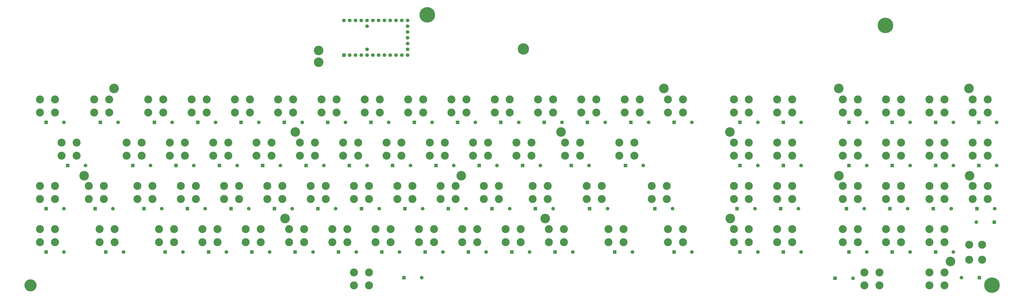
<source format=gts>
%TF.GenerationSoftware,KiCad,Pcbnew,5.1.9-1.fc33*%
%TF.CreationDate,2021-04-02T14:54:25-04:00*%
%TF.ProjectId,pcb,7063622e-6b69-4636-9164-5f7063625858,rev?*%
%TF.SameCoordinates,Original*%
%TF.FileFunction,Soldermask,Top*%
%TF.FilePolarity,Negative*%
%FSLAX46Y46*%
G04 Gerber Fmt 4.6, Leading zero omitted, Abs format (unit mm)*
G04 Created by KiCad (PCBNEW 5.1.9-1.fc33) date 2021-04-02 14:54:25*
%MOMM*%
%LPD*%
G01*
G04 APERTURE LIST*
%ADD10C,4.200000*%
%ADD11C,5.300000*%
%ADD12C,5.000000*%
%ADD13C,6.800000*%
%ADD14C,1.600000*%
%ADD15R,1.600000X1.600000*%
%ADD16C,3.500000*%
G04 APERTURE END LIST*
D10*
%TO.C,3.0mm*%
X482208000Y-247880000D03*
%TD*%
%TO.C,3.0mm*%
X190308000Y-228980000D03*
%TD*%
%TO.C,3.0mm*%
X304408000Y-228980000D03*
%TD*%
%TO.C,3.0mm*%
X385608000Y-228980000D03*
%TD*%
%TO.C,3.0mm*%
X102208000Y-210180000D03*
%TD*%
%TO.C,3.0mm*%
X267608000Y-210180000D03*
%TD*%
%TO.C,3.0mm*%
X433308000Y-210180000D03*
%TD*%
%TO.C,3.0mm*%
X490608000Y-210180000D03*
%TD*%
%TO.C,3.0mm*%
X194808000Y-190980000D03*
%TD*%
%TO.C,3.0mm*%
X311408000Y-190980000D03*
%TD*%
%TO.C,3.0mm*%
X385508000Y-190980000D03*
%TD*%
%TO.C,3.0mm*%
X115308000Y-171880000D03*
%TD*%
%TO.C,3.0mm*%
X356508000Y-171880000D03*
%TD*%
%TO.C,3.0mm*%
X433208000Y-171880000D03*
%TD*%
%TO.C,3.0mm*%
X490408000Y-171880000D03*
%TD*%
%TO.C,3.0mm*%
X205008000Y-160380000D03*
%TD*%
%TO.C,3.0mm*%
X205008000Y-155180000D03*
%TD*%
D11*
%TO.C,4.1mm*%
X78608000Y-258380000D03*
%TD*%
D12*
%TO.C,3.8mm*%
X294908000Y-154480000D03*
%TD*%
D13*
%TO.C,5.6mm*%
X500408000Y-258280000D03*
%TD*%
%TO.C,5.6mm*%
X252708000Y-139480000D03*
%TD*%
%TO.C,5.6mm*%
X453708000Y-144180000D03*
%TD*%
D14*
%TO.C,D0*%
X93308000Y-186730000D03*
D15*
X85508000Y-186730000D03*
%TD*%
D14*
%TO.C,D1*%
X117058000Y-186730000D03*
D15*
X109258000Y-186730000D03*
%TD*%
D14*
%TO.C,D2*%
X140808000Y-186730000D03*
D15*
X133008000Y-186730000D03*
%TD*%
D14*
%TO.C,D3*%
X159808000Y-186730000D03*
D15*
X152008000Y-186730000D03*
%TD*%
D14*
%TO.C,D4*%
X178808000Y-186730000D03*
D15*
X171008000Y-186730000D03*
%TD*%
D14*
%TO.C,D5*%
X197808000Y-186730000D03*
D15*
X190008000Y-186730000D03*
%TD*%
D14*
%TO.C,D6*%
X216808000Y-186730000D03*
D15*
X209008000Y-186730000D03*
%TD*%
D14*
%TO.C,D7*%
X235808000Y-186730000D03*
D15*
X228008000Y-186730000D03*
%TD*%
D14*
%TO.C,D8*%
X254808000Y-186730000D03*
D15*
X247008000Y-186730000D03*
%TD*%
D14*
%TO.C,D9*%
X273808000Y-186730000D03*
D15*
X266008000Y-186730000D03*
%TD*%
D14*
%TO.C,D10*%
X292808000Y-186730000D03*
D15*
X285008000Y-186730000D03*
%TD*%
D14*
%TO.C,D11*%
X311808000Y-186730000D03*
D15*
X304008000Y-186730000D03*
%TD*%
D14*
%TO.C,D12*%
X330808000Y-186730000D03*
D15*
X323008000Y-186730000D03*
%TD*%
D14*
%TO.C,D13*%
X349808000Y-186730000D03*
D15*
X342008000Y-186730000D03*
%TD*%
D14*
%TO.C,D14*%
X368808000Y-186730000D03*
D15*
X361008000Y-186730000D03*
%TD*%
D14*
%TO.C,D15*%
X397708000Y-186730000D03*
D15*
X389908000Y-186730000D03*
%TD*%
D14*
%TO.C,D16*%
X416708000Y-186730000D03*
D15*
X408908000Y-186730000D03*
%TD*%
D14*
%TO.C,D17*%
X445508000Y-186730000D03*
D15*
X437708000Y-186730000D03*
%TD*%
D14*
%TO.C,D18*%
X464508000Y-186730000D03*
D15*
X456708000Y-186730000D03*
%TD*%
D14*
%TO.C,D19*%
X483508000Y-186730000D03*
D15*
X475708000Y-186730000D03*
%TD*%
D14*
%TO.C,D20*%
X502508000Y-186730000D03*
D15*
X494708000Y-186730000D03*
%TD*%
D14*
%TO.C,D21*%
X102808000Y-205730000D03*
D15*
X95008000Y-205730000D03*
%TD*%
D14*
%TO.C,D22*%
X131308000Y-205730000D03*
D15*
X123508000Y-205730000D03*
%TD*%
D14*
%TO.C,D23*%
X150308000Y-205730000D03*
D15*
X142508000Y-205730000D03*
%TD*%
D14*
%TO.C,D24*%
X169308000Y-205730000D03*
D15*
X161508000Y-205730000D03*
%TD*%
D14*
%TO.C,D25*%
X188308000Y-205730000D03*
D15*
X180508000Y-205730000D03*
%TD*%
D14*
%TO.C,D26*%
X207308000Y-205730000D03*
D15*
X199508000Y-205730000D03*
%TD*%
D14*
%TO.C,D27*%
X226308000Y-205730000D03*
D15*
X218508000Y-205730000D03*
%TD*%
D14*
%TO.C,D28*%
X245308000Y-205730000D03*
D15*
X237508000Y-205730000D03*
%TD*%
D14*
%TO.C,D29*%
X264308000Y-205730000D03*
D15*
X256508000Y-205730000D03*
%TD*%
D14*
%TO.C,D30*%
X283308000Y-205730000D03*
D15*
X275508000Y-205730000D03*
%TD*%
D14*
%TO.C,D31*%
X302308000Y-205730000D03*
D15*
X294508000Y-205730000D03*
%TD*%
D14*
%TO.C,D32*%
X323683000Y-205730000D03*
D15*
X315883000Y-205730000D03*
%TD*%
D14*
%TO.C,D33*%
X347433000Y-205730000D03*
D15*
X339633000Y-205730000D03*
%TD*%
D14*
%TO.C,D34*%
X397708000Y-205730000D03*
D15*
X389908000Y-205730000D03*
%TD*%
D14*
%TO.C,D35*%
X416708000Y-205730000D03*
D15*
X408908000Y-205730000D03*
%TD*%
D14*
%TO.C,D36*%
X445508000Y-205730000D03*
D15*
X437708000Y-205730000D03*
%TD*%
D14*
%TO.C,D37*%
X464508000Y-205730000D03*
D15*
X456708000Y-205730000D03*
%TD*%
D14*
%TO.C,D38*%
X483508000Y-205730000D03*
D15*
X475708000Y-205730000D03*
%TD*%
D14*
%TO.C,D39*%
X502508000Y-205730000D03*
D15*
X494708000Y-205730000D03*
%TD*%
D14*
%TO.C,D41*%
X493624000Y-230632000D03*
D15*
X501424000Y-230632000D03*
%TD*%
D14*
%TO.C,D42*%
X93308000Y-224730000D03*
D15*
X85508000Y-224730000D03*
%TD*%
D14*
%TO.C,D43*%
X114761750Y-224730000D03*
D15*
X106961750Y-224730000D03*
%TD*%
D14*
%TO.C,D44*%
X136215500Y-224730000D03*
D15*
X128415500Y-224730000D03*
%TD*%
D14*
%TO.C,D45*%
X155294250Y-224730000D03*
D15*
X147494250Y-224730000D03*
%TD*%
D14*
%TO.C,D46*%
X174373000Y-224730000D03*
D15*
X166573000Y-224730000D03*
%TD*%
D14*
%TO.C,D47*%
X193451750Y-224730000D03*
D15*
X185651750Y-224730000D03*
%TD*%
D14*
%TO.C,D49*%
X212530500Y-224730000D03*
D15*
X204730500Y-224730000D03*
%TD*%
D14*
%TO.C,D50*%
X231609250Y-224730000D03*
D15*
X223809250Y-224730000D03*
%TD*%
D14*
%TO.C,D51*%
X250688000Y-224730000D03*
D15*
X242888000Y-224730000D03*
%TD*%
D14*
%TO.C,D52*%
X269766750Y-224730000D03*
D15*
X261966750Y-224730000D03*
%TD*%
D14*
%TO.C,D53*%
X288845500Y-224730000D03*
D15*
X281045500Y-224730000D03*
%TD*%
D14*
%TO.C,D54*%
X307924250Y-224730000D03*
D15*
X300124250Y-224730000D03*
%TD*%
D14*
%TO.C,D55*%
X331753000Y-224730000D03*
D15*
X323953000Y-224730000D03*
%TD*%
D14*
%TO.C,D56*%
X360331750Y-224730000D03*
D15*
X352531750Y-224730000D03*
%TD*%
D14*
%TO.C,D57*%
X396435500Y-224730000D03*
D15*
X388635500Y-224730000D03*
%TD*%
D14*
%TO.C,D58*%
X415514250Y-224730000D03*
D15*
X407714250Y-224730000D03*
%TD*%
D14*
%TO.C,D59*%
X444393000Y-224730000D03*
D15*
X436593000Y-224730000D03*
%TD*%
D14*
%TO.C,D60*%
X463471750Y-224730000D03*
D15*
X455671750Y-224730000D03*
%TD*%
D14*
%TO.C,D61*%
X482550500Y-224730000D03*
D15*
X474750500Y-224730000D03*
%TD*%
D14*
%TO.C,D62*%
X501629250Y-224730000D03*
D15*
X493829250Y-224730000D03*
%TD*%
D14*
%TO.C,D63*%
X487110000Y-255016000D03*
D15*
X494910000Y-255016000D03*
%TD*%
D14*
%TO.C,D64*%
X93308000Y-243730000D03*
D15*
X85508000Y-243730000D03*
%TD*%
D14*
%TO.C,D65*%
X119433000Y-243730000D03*
D15*
X111633000Y-243730000D03*
%TD*%
D14*
%TO.C,D66*%
X145558000Y-243730000D03*
D15*
X137758000Y-243730000D03*
%TD*%
D14*
%TO.C,D67*%
X164558000Y-243730000D03*
D15*
X156758000Y-243730000D03*
%TD*%
D14*
%TO.C,D68*%
X183558000Y-243730000D03*
D15*
X175758000Y-243730000D03*
%TD*%
D14*
%TO.C,D69*%
X202558000Y-243730000D03*
D15*
X194758000Y-243730000D03*
%TD*%
D14*
%TO.C,D70*%
X221558000Y-243730000D03*
D15*
X213758000Y-243730000D03*
%TD*%
D14*
%TO.C,D71*%
X250280000Y-255016000D03*
D15*
X242480000Y-255016000D03*
%TD*%
D14*
%TO.C,D72*%
X240558000Y-243730000D03*
D15*
X232758000Y-243730000D03*
%TD*%
D14*
%TO.C,D73*%
X259558000Y-243730000D03*
D15*
X251758000Y-243730000D03*
%TD*%
D14*
%TO.C,D74*%
X278558000Y-243730000D03*
D15*
X270758000Y-243730000D03*
%TD*%
D14*
%TO.C,D75*%
X297558000Y-243730000D03*
D15*
X289758000Y-243730000D03*
%TD*%
D14*
%TO.C,D76*%
X316558000Y-243730000D03*
D15*
X308758000Y-243730000D03*
%TD*%
D14*
%TO.C,D77*%
X342683000Y-243730000D03*
D15*
X334883000Y-243730000D03*
%TD*%
D14*
%TO.C,D78*%
X368808000Y-243730000D03*
D15*
X361008000Y-243730000D03*
%TD*%
D14*
%TO.C,D79*%
X397708000Y-243730000D03*
D15*
X389908000Y-243730000D03*
%TD*%
D14*
%TO.C,D80*%
X416708000Y-243730000D03*
D15*
X408908000Y-243730000D03*
%TD*%
D14*
%TO.C,D81*%
X445508000Y-243730000D03*
D15*
X437708000Y-243730000D03*
%TD*%
D14*
%TO.C,D82*%
X464508000Y-243730000D03*
D15*
X456708000Y-243730000D03*
%TD*%
D14*
%TO.C,D83*%
X483508000Y-243730000D03*
D15*
X475708000Y-243730000D03*
%TD*%
D14*
%TO.C,D84*%
X439448000Y-255270000D03*
D15*
X431648000Y-255270000D03*
%TD*%
D16*
%TO.C,K0*%
X89408000Y-182420000D03*
X82808000Y-182420000D03*
X89408000Y-176680000D03*
X82808000Y-176680000D03*
%TD*%
%TO.C,K1*%
X113158000Y-182420000D03*
X106558000Y-182420000D03*
X113158000Y-176680000D03*
X106558000Y-176680000D03*
%TD*%
%TO.C,K2*%
X136908000Y-182420000D03*
X130308000Y-182420000D03*
X136908000Y-176680000D03*
X130308000Y-176680000D03*
%TD*%
%TO.C,K3*%
X155908000Y-182420000D03*
X149308000Y-182420000D03*
X155908000Y-176680000D03*
X149308000Y-176680000D03*
%TD*%
%TO.C,K4*%
X174908000Y-182420000D03*
X168308000Y-182420000D03*
X174908000Y-176680000D03*
X168308000Y-176680000D03*
%TD*%
%TO.C,K5*%
X193908000Y-182420000D03*
X187308000Y-182420000D03*
X193908000Y-176680000D03*
X187308000Y-176680000D03*
%TD*%
%TO.C,K6*%
X212908000Y-182420000D03*
X206308000Y-182420000D03*
X212908000Y-176680000D03*
X206308000Y-176680000D03*
%TD*%
%TO.C,K7*%
X231908000Y-182420000D03*
X225308000Y-182420000D03*
X231908000Y-176680000D03*
X225308000Y-176680000D03*
%TD*%
%TO.C,K8*%
X250908000Y-182420000D03*
X244308000Y-182420000D03*
X250908000Y-176680000D03*
X244308000Y-176680000D03*
%TD*%
%TO.C,K9*%
X269908000Y-182420000D03*
X263308000Y-182420000D03*
X269908000Y-176680000D03*
X263308000Y-176680000D03*
%TD*%
%TO.C,K10*%
X288908000Y-182420000D03*
X282308000Y-182420000D03*
X288908000Y-176680000D03*
X282308000Y-176680000D03*
%TD*%
%TO.C,K11*%
X307908000Y-182420000D03*
X301308000Y-182420000D03*
X307908000Y-176680000D03*
X301308000Y-176680000D03*
%TD*%
%TO.C,K12*%
X326908000Y-182420000D03*
X320308000Y-182420000D03*
X326908000Y-176680000D03*
X320308000Y-176680000D03*
%TD*%
%TO.C,K13*%
X345908000Y-182420000D03*
X339308000Y-182420000D03*
X345908000Y-176680000D03*
X339308000Y-176680000D03*
%TD*%
%TO.C,K14*%
X364908000Y-182420000D03*
X358308000Y-182420000D03*
X364908000Y-176680000D03*
X358308000Y-176680000D03*
%TD*%
%TO.C,K15*%
X393808000Y-182420000D03*
X387208000Y-182420000D03*
X393808000Y-176680000D03*
X387208000Y-176680000D03*
%TD*%
%TO.C,K16*%
X412808000Y-182420000D03*
X406208000Y-182420000D03*
X412808000Y-176680000D03*
X406208000Y-176680000D03*
%TD*%
%TO.C,K17*%
X441608000Y-182420000D03*
X435008000Y-182420000D03*
X441608000Y-176680000D03*
X435008000Y-176680000D03*
%TD*%
%TO.C,K18*%
X460608000Y-182420000D03*
X454008000Y-182420000D03*
X460608000Y-176680000D03*
X454008000Y-176680000D03*
%TD*%
%TO.C,K19*%
X479608000Y-182420000D03*
X473008000Y-182420000D03*
X479608000Y-176680000D03*
X473008000Y-176680000D03*
%TD*%
%TO.C,K20*%
X498608000Y-182420000D03*
X492008000Y-182420000D03*
X498608000Y-176680000D03*
X492008000Y-176680000D03*
%TD*%
%TO.C,K21*%
X98908000Y-201420000D03*
X92308000Y-201420000D03*
X98908000Y-195680000D03*
X92308000Y-195680000D03*
%TD*%
%TO.C,K22*%
X127408000Y-201420000D03*
X120808000Y-201420000D03*
X127408000Y-195680000D03*
X120808000Y-195680000D03*
%TD*%
%TO.C,K23*%
X146408000Y-201420000D03*
X139808000Y-201420000D03*
X146408000Y-195680000D03*
X139808000Y-195680000D03*
%TD*%
%TO.C,K24*%
X165408000Y-201420000D03*
X158808000Y-201420000D03*
X165408000Y-195680000D03*
X158808000Y-195680000D03*
%TD*%
%TO.C,K25*%
X184408000Y-201420000D03*
X177808000Y-201420000D03*
X184408000Y-195680000D03*
X177808000Y-195680000D03*
%TD*%
%TO.C,K26*%
X203408000Y-201420000D03*
X196808000Y-201420000D03*
X203408000Y-195680000D03*
X196808000Y-195680000D03*
%TD*%
%TO.C,K27*%
X222408000Y-201420000D03*
X215808000Y-201420000D03*
X222408000Y-195680000D03*
X215808000Y-195680000D03*
%TD*%
%TO.C,K28*%
X241408000Y-201420000D03*
X234808000Y-201420000D03*
X241408000Y-195680000D03*
X234808000Y-195680000D03*
%TD*%
%TO.C,K29*%
X260408000Y-201420000D03*
X253808000Y-201420000D03*
X260408000Y-195680000D03*
X253808000Y-195680000D03*
%TD*%
%TO.C,K30*%
X279408000Y-201420000D03*
X272808000Y-201420000D03*
X279408000Y-195680000D03*
X272808000Y-195680000D03*
%TD*%
%TO.C,K31*%
X298408000Y-201420000D03*
X291808000Y-201420000D03*
X298408000Y-195680000D03*
X291808000Y-195680000D03*
%TD*%
%TO.C,K32*%
X319783000Y-201420000D03*
X313183000Y-201420000D03*
X319783000Y-195680000D03*
X313183000Y-195680000D03*
%TD*%
%TO.C,K33*%
X343533000Y-201420000D03*
X336933000Y-201420000D03*
X343533000Y-195680000D03*
X336933000Y-195680000D03*
%TD*%
%TO.C,K34*%
X393808000Y-201420000D03*
X387208000Y-201420000D03*
X393808000Y-195680000D03*
X387208000Y-195680000D03*
%TD*%
%TO.C,K35*%
X412808000Y-201420000D03*
X406208000Y-201420000D03*
X412808000Y-195680000D03*
X406208000Y-195680000D03*
%TD*%
%TO.C,K36*%
X441608000Y-201420000D03*
X435008000Y-201420000D03*
X441608000Y-195680000D03*
X435008000Y-195680000D03*
%TD*%
%TO.C,K37*%
X460608000Y-201420000D03*
X454008000Y-201420000D03*
X460608000Y-195680000D03*
X454008000Y-195680000D03*
%TD*%
%TO.C,K38*%
X479608000Y-201420000D03*
X473008000Y-201420000D03*
X479608000Y-195680000D03*
X473008000Y-195680000D03*
%TD*%
%TO.C,K39*%
X498608000Y-201420000D03*
X492008000Y-201420000D03*
X498608000Y-195680000D03*
X492008000Y-195680000D03*
%TD*%
%TO.C,K41*%
X490421000Y-247100000D03*
X490421000Y-240500000D03*
X496161000Y-247100000D03*
X496161000Y-240500000D03*
%TD*%
%TO.C,K42*%
X89408000Y-220420000D03*
X82808000Y-220420000D03*
X89408000Y-214680000D03*
X82808000Y-214680000D03*
%TD*%
%TO.C,K43*%
X110783000Y-220420000D03*
X104183000Y-220420000D03*
X110783000Y-214680000D03*
X104183000Y-214680000D03*
%TD*%
%TO.C,K44*%
X132158000Y-220420000D03*
X125558000Y-220420000D03*
X132158000Y-214680000D03*
X125558000Y-214680000D03*
%TD*%
%TO.C,K45*%
X151158000Y-220420000D03*
X144558000Y-220420000D03*
X151158000Y-214680000D03*
X144558000Y-214680000D03*
%TD*%
%TO.C,K46*%
X170158000Y-220420000D03*
X163558000Y-220420000D03*
X170158000Y-214680000D03*
X163558000Y-214680000D03*
%TD*%
%TO.C,K47*%
X189158000Y-220420000D03*
X182558000Y-220420000D03*
X189158000Y-214680000D03*
X182558000Y-214680000D03*
%TD*%
%TO.C,K49*%
X208158000Y-220420000D03*
X201558000Y-220420000D03*
X208158000Y-214680000D03*
X201558000Y-214680000D03*
%TD*%
%TO.C,K50*%
X227158000Y-220420000D03*
X220558000Y-220420000D03*
X227158000Y-214680000D03*
X220558000Y-214680000D03*
%TD*%
%TO.C,K51*%
X246158000Y-220420000D03*
X239558000Y-220420000D03*
X246158000Y-214680000D03*
X239558000Y-214680000D03*
%TD*%
%TO.C,K52*%
X265158000Y-220420000D03*
X258558000Y-220420000D03*
X265158000Y-214680000D03*
X258558000Y-214680000D03*
%TD*%
%TO.C,K53*%
X284158000Y-220420000D03*
X277558000Y-220420000D03*
X284158000Y-214680000D03*
X277558000Y-214680000D03*
%TD*%
%TO.C,K54*%
X305533000Y-220420000D03*
X298933000Y-220420000D03*
X305533000Y-214680000D03*
X298933000Y-214680000D03*
%TD*%
%TO.C,K55*%
X329283000Y-220420000D03*
X322683000Y-220420000D03*
X329283000Y-214680000D03*
X322683000Y-214680000D03*
%TD*%
%TO.C,K56*%
X357783000Y-220420000D03*
X351183000Y-220420000D03*
X357783000Y-214680000D03*
X351183000Y-214680000D03*
%TD*%
%TO.C,K57*%
X393808000Y-220420000D03*
X387208000Y-220420000D03*
X393808000Y-214680000D03*
X387208000Y-214680000D03*
%TD*%
%TO.C,K58*%
X412808000Y-220420000D03*
X406208000Y-220420000D03*
X412808000Y-214680000D03*
X406208000Y-214680000D03*
%TD*%
%TO.C,K59*%
X441608000Y-220420000D03*
X435008000Y-220420000D03*
X441608000Y-214680000D03*
X435008000Y-214680000D03*
%TD*%
%TO.C,K60*%
X460608000Y-220420000D03*
X454008000Y-220420000D03*
X460608000Y-214680000D03*
X454008000Y-214680000D03*
%TD*%
%TO.C,K61*%
X479608000Y-220420000D03*
X473008000Y-220420000D03*
X479608000Y-214680000D03*
X473008000Y-214680000D03*
%TD*%
%TO.C,K62*%
X498608000Y-220420000D03*
X492008000Y-220420000D03*
X498608000Y-214680000D03*
X492008000Y-214680000D03*
%TD*%
%TO.C,K63*%
X479608000Y-258420000D03*
X473008000Y-258420000D03*
X479608000Y-252680000D03*
X473008000Y-252680000D03*
%TD*%
%TO.C,K64*%
X89408000Y-239420000D03*
X82808000Y-239420000D03*
X89408000Y-233680000D03*
X82808000Y-233680000D03*
%TD*%
%TO.C,K65*%
X115533000Y-239420000D03*
X108933000Y-239420000D03*
X115533000Y-233680000D03*
X108933000Y-233680000D03*
%TD*%
%TO.C,K66*%
X141658000Y-239420000D03*
X135058000Y-239420000D03*
X141658000Y-233680000D03*
X135058000Y-233680000D03*
%TD*%
%TO.C,K67*%
X160658000Y-239420000D03*
X154058000Y-239420000D03*
X160658000Y-233680000D03*
X154058000Y-233680000D03*
%TD*%
%TO.C,K68*%
X179658000Y-239420000D03*
X173058000Y-239420000D03*
X179658000Y-233680000D03*
X173058000Y-233680000D03*
%TD*%
%TO.C,K69*%
X198658000Y-239420000D03*
X192058000Y-239420000D03*
X198658000Y-233680000D03*
X192058000Y-233680000D03*
%TD*%
%TO.C,K70*%
X217658000Y-239420000D03*
X211058000Y-239420000D03*
X217658000Y-233680000D03*
X211058000Y-233680000D03*
%TD*%
%TO.C,K71*%
X227158000Y-258420000D03*
X220558000Y-258420000D03*
X227158000Y-252680000D03*
X220558000Y-252680000D03*
%TD*%
%TO.C,K72*%
X236658000Y-239420000D03*
X230058000Y-239420000D03*
X236658000Y-233680000D03*
X230058000Y-233680000D03*
%TD*%
%TO.C,K73*%
X255658000Y-239420000D03*
X249058000Y-239420000D03*
X255658000Y-233680000D03*
X249058000Y-233680000D03*
%TD*%
%TO.C,K74*%
X274658000Y-239420000D03*
X268058000Y-239420000D03*
X274658000Y-233680000D03*
X268058000Y-233680000D03*
%TD*%
%TO.C,K75*%
X293658000Y-239420000D03*
X287058000Y-239420000D03*
X293658000Y-233680000D03*
X287058000Y-233680000D03*
%TD*%
%TO.C,K76*%
X312658000Y-239420000D03*
X306058000Y-239420000D03*
X312658000Y-233680000D03*
X306058000Y-233680000D03*
%TD*%
%TO.C,K77*%
X338783000Y-239420000D03*
X332183000Y-239420000D03*
X338783000Y-233680000D03*
X332183000Y-233680000D03*
%TD*%
%TO.C,K78*%
X364908000Y-239420000D03*
X358308000Y-239420000D03*
X364908000Y-233680000D03*
X358308000Y-233680000D03*
%TD*%
%TO.C,K79*%
X393808000Y-239420000D03*
X387208000Y-239420000D03*
X393808000Y-233680000D03*
X387208000Y-233680000D03*
%TD*%
%TO.C,K80*%
X412808000Y-239420000D03*
X406208000Y-239420000D03*
X412808000Y-233680000D03*
X406208000Y-233680000D03*
%TD*%
%TO.C,K81*%
X441608000Y-239420000D03*
X435008000Y-239420000D03*
X441608000Y-233680000D03*
X435008000Y-233680000D03*
%TD*%
%TO.C,K82*%
X460608000Y-239420000D03*
X454008000Y-239420000D03*
X460608000Y-233680000D03*
X454008000Y-233680000D03*
%TD*%
%TO.C,K83*%
X479608000Y-239420000D03*
X473008000Y-239420000D03*
X479608000Y-233680000D03*
X473008000Y-233680000D03*
%TD*%
%TO.C,K84*%
X451108000Y-258420000D03*
X444508000Y-258420000D03*
X451108000Y-252680000D03*
X444508000Y-252680000D03*
%TD*%
D14*
%TO.C,U0*%
X226314000Y-144526000D03*
X226314000Y-154686000D03*
X216154000Y-141986000D03*
X218694000Y-141986000D03*
X221234000Y-141986000D03*
X223774000Y-141986000D03*
X226314000Y-141986000D03*
X228854000Y-141986000D03*
X231394000Y-141986000D03*
X233934000Y-141986000D03*
X236474000Y-141986000D03*
X239014000Y-141986000D03*
X241554000Y-141986000D03*
X244094000Y-141986000D03*
X244094000Y-144526000D03*
X244094000Y-147066000D03*
X244094000Y-152146000D03*
X244094000Y-154686000D03*
X244094000Y-157226000D03*
X241554000Y-157226000D03*
X239014000Y-157226000D03*
X236474000Y-157226000D03*
X233934000Y-157226000D03*
X231394000Y-157226000D03*
X228854000Y-157226000D03*
X226314000Y-157226000D03*
X223774000Y-157226000D03*
X221234000Y-157226000D03*
X218694000Y-157226000D03*
D15*
X216154000Y-157226000D03*
D14*
X244094000Y-149606000D03*
%TD*%
M02*

</source>
